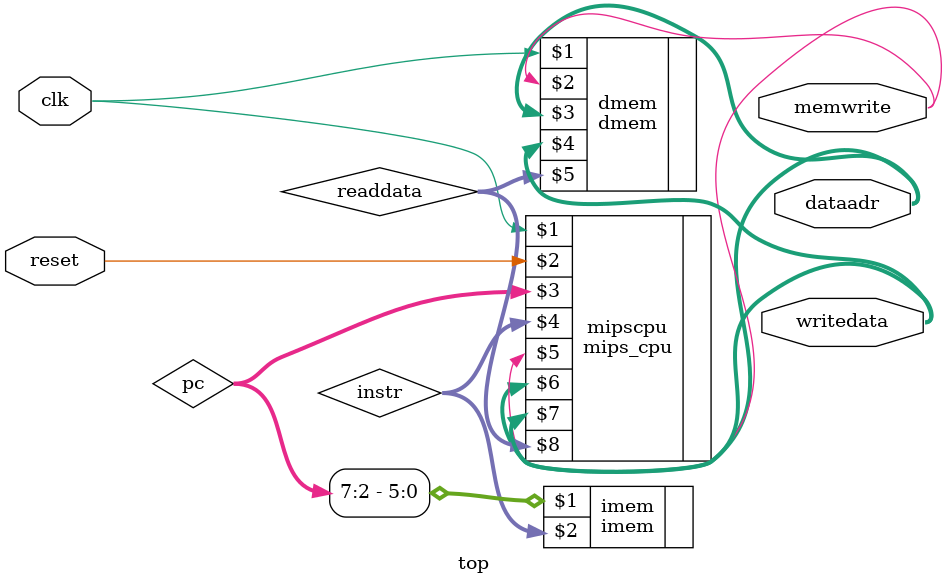
<source format=sv>
module top(
    input logic clk, reset,
    output logic [31:0] writedata, dataadr,
    output logic memwrite
);
    logic [31:0] pc, instr, readdata;
    // 实例化 processor and memories
    mips_cpu mipscpu(clk, reset, pc, instr, memwrite, dataadr,writedata, readdata);
    imem imem(pc[7:2], instr);  
    dmem dmem(clk,memwrite,dataadr,writedata, readdata);
endmodule

</source>
